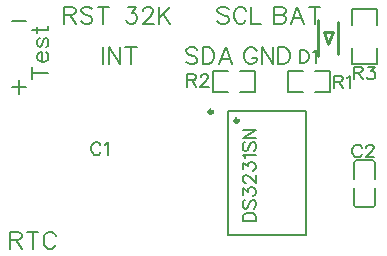
<source format=gto>
G04 Layer: TopSilkLayer*
G04 EasyEDA v6.4.25, 2021-09-25T13:37:10+12:00*
G04 999b5c9e67184b5eb4e2c979d079c973,63364df06a3448e09d62fec64a914f60,10*
G04 Gerber Generator version 0.2*
G04 Scale: 100 percent, Rotated: No, Reflected: No *
G04 Dimensions in millimeters *
G04 leading zeros omitted , absolute positions ,4 integer and 5 decimal *
%FSLAX45Y45*%
%MOMM*%

%ADD10C,0.2540*%
%ADD21C,0.1524*%
%ADD22C,0.3000*%
%ADD23C,0.2032*%
%ADD24C,0.1778*%

%LPD*%
D23*
X1206500Y5840984D02*
G01*
X1206500Y5697728D01*
X1206500Y5840984D02*
G01*
X1267968Y5840984D01*
X1288287Y5834126D01*
X1295145Y5827268D01*
X1302004Y5813805D01*
X1302004Y5800089D01*
X1295145Y5786373D01*
X1288287Y5779515D01*
X1267968Y5772657D01*
X1206500Y5772657D01*
X1254252Y5772657D02*
G01*
X1302004Y5697728D01*
X1442465Y5820410D02*
G01*
X1428750Y5834126D01*
X1408429Y5840984D01*
X1380997Y5840984D01*
X1360678Y5834126D01*
X1346962Y5820410D01*
X1346962Y5806947D01*
X1353820Y5793231D01*
X1360678Y5786373D01*
X1374139Y5779515D01*
X1415034Y5766054D01*
X1428750Y5759195D01*
X1435607Y5752337D01*
X1442465Y5738621D01*
X1442465Y5718302D01*
X1428750Y5704586D01*
X1408429Y5697728D01*
X1380997Y5697728D01*
X1360678Y5704586D01*
X1346962Y5718302D01*
X1535176Y5840984D02*
G01*
X1535176Y5697728D01*
X1487423Y5840984D02*
G01*
X1582928Y5840984D01*
X1536700Y5498084D02*
G01*
X1536700Y5354828D01*
X1581657Y5498084D02*
G01*
X1581657Y5354828D01*
X1581657Y5498084D02*
G01*
X1677162Y5354828D01*
X1677162Y5498084D02*
G01*
X1677162Y5354828D01*
X1769871Y5498084D02*
G01*
X1769871Y5354828D01*
X1722120Y5498084D02*
G01*
X1817623Y5498084D01*
X1740915Y5840984D02*
G01*
X1815845Y5840984D01*
X1774952Y5786373D01*
X1795271Y5786373D01*
X1808987Y5779515D01*
X1815845Y5772657D01*
X1822704Y5752337D01*
X1822704Y5738621D01*
X1815845Y5718302D01*
X1802129Y5704586D01*
X1781810Y5697728D01*
X1761236Y5697728D01*
X1740915Y5704586D01*
X1734057Y5711444D01*
X1727200Y5725160D01*
X1874520Y5806947D02*
G01*
X1874520Y5813805D01*
X1881378Y5827268D01*
X1888236Y5834126D01*
X1901697Y5840984D01*
X1929129Y5840984D01*
X1942591Y5834126D01*
X1949450Y5827268D01*
X1956308Y5813805D01*
X1956308Y5800089D01*
X1949450Y5786373D01*
X1935734Y5766054D01*
X1867662Y5697728D01*
X1963165Y5697728D01*
X2008124Y5840984D02*
G01*
X2008124Y5697728D01*
X2103627Y5840984D02*
G01*
X2008124Y5745479D01*
X2042159Y5779515D02*
G01*
X2103627Y5697728D01*
X2330704Y5477510D02*
G01*
X2316988Y5491226D01*
X2296668Y5498084D01*
X2269236Y5498084D01*
X2248915Y5491226D01*
X2235200Y5477510D01*
X2235200Y5464047D01*
X2242058Y5450331D01*
X2248915Y5443473D01*
X2262377Y5436615D01*
X2303272Y5423154D01*
X2316988Y5416295D01*
X2323845Y5409437D01*
X2330704Y5395721D01*
X2330704Y5375402D01*
X2316988Y5361686D01*
X2296668Y5354828D01*
X2269236Y5354828D01*
X2248915Y5361686D01*
X2235200Y5375402D01*
X2375661Y5498084D02*
G01*
X2375661Y5354828D01*
X2375661Y5498084D02*
G01*
X2423413Y5498084D01*
X2443734Y5491226D01*
X2457450Y5477510D01*
X2464308Y5464047D01*
X2471165Y5443473D01*
X2471165Y5409437D01*
X2464308Y5388863D01*
X2457450Y5375402D01*
X2443734Y5361686D01*
X2423413Y5354828D01*
X2375661Y5354828D01*
X2570734Y5498084D02*
G01*
X2516124Y5354828D01*
X2570734Y5498084D02*
G01*
X2625090Y5354828D01*
X2536443Y5402579D02*
G01*
X2604770Y5402579D01*
X2597404Y5820410D02*
G01*
X2583688Y5834126D01*
X2563368Y5840984D01*
X2535936Y5840984D01*
X2515615Y5834126D01*
X2501900Y5820410D01*
X2501900Y5806947D01*
X2508758Y5793231D01*
X2515615Y5786373D01*
X2529077Y5779515D01*
X2569972Y5766054D01*
X2583688Y5759195D01*
X2590545Y5752337D01*
X2597404Y5738621D01*
X2597404Y5718302D01*
X2583688Y5704586D01*
X2563368Y5697728D01*
X2535936Y5697728D01*
X2515615Y5704586D01*
X2501900Y5718302D01*
X2744724Y5806947D02*
G01*
X2737865Y5820410D01*
X2724150Y5834126D01*
X2710434Y5840984D01*
X2683256Y5840984D01*
X2669540Y5834126D01*
X2656077Y5820410D01*
X2649220Y5806947D01*
X2642361Y5786373D01*
X2642361Y5752337D01*
X2649220Y5731763D01*
X2656077Y5718302D01*
X2669540Y5704586D01*
X2683256Y5697728D01*
X2710434Y5697728D01*
X2724150Y5704586D01*
X2737865Y5718302D01*
X2744724Y5731763D01*
X2789681Y5840984D02*
G01*
X2789681Y5697728D01*
X2789681Y5697728D02*
G01*
X2871470Y5697728D01*
X2832861Y5464047D02*
G01*
X2826004Y5477510D01*
X2812288Y5491226D01*
X2798572Y5498084D01*
X2771393Y5498084D01*
X2757677Y5491226D01*
X2744215Y5477510D01*
X2737358Y5464047D01*
X2730500Y5443473D01*
X2730500Y5409437D01*
X2737358Y5388863D01*
X2744215Y5375402D01*
X2757677Y5361686D01*
X2771393Y5354828D01*
X2798572Y5354828D01*
X2812288Y5361686D01*
X2826004Y5375402D01*
X2832861Y5388863D01*
X2832861Y5409437D01*
X2798572Y5409437D02*
G01*
X2832861Y5409437D01*
X2877820Y5498084D02*
G01*
X2877820Y5354828D01*
X2877820Y5498084D02*
G01*
X2973324Y5354828D01*
X2973324Y5498084D02*
G01*
X2973324Y5354828D01*
X3018281Y5498084D02*
G01*
X3018281Y5354828D01*
X3018281Y5498084D02*
G01*
X3066034Y5498084D01*
X3086354Y5491226D01*
X3100070Y5477510D01*
X3106927Y5464047D01*
X3113786Y5443473D01*
X3113786Y5409437D01*
X3106927Y5388863D01*
X3100070Y5375402D01*
X3086354Y5361686D01*
X3066034Y5354828D01*
X3018281Y5354828D01*
X2984500Y5840984D02*
G01*
X2984500Y5697728D01*
X2984500Y5840984D02*
G01*
X3045968Y5840984D01*
X3066288Y5834126D01*
X3073145Y5827268D01*
X3080004Y5813805D01*
X3080004Y5800089D01*
X3073145Y5786373D01*
X3066288Y5779515D01*
X3045968Y5772657D01*
X2984500Y5772657D02*
G01*
X3045968Y5772657D01*
X3066288Y5766054D01*
X3073145Y5759195D01*
X3080004Y5745479D01*
X3080004Y5725160D01*
X3073145Y5711444D01*
X3066288Y5704586D01*
X3045968Y5697728D01*
X2984500Y5697728D01*
X3179572Y5840984D02*
G01*
X3124961Y5697728D01*
X3179572Y5840984D02*
G01*
X3233927Y5697728D01*
X3145536Y5745479D02*
G01*
X3213608Y5745479D01*
X3326891Y5840984D02*
G01*
X3326891Y5697728D01*
X3279140Y5840984D02*
G01*
X3374390Y5840984D01*
X749300Y3935984D02*
G01*
X749300Y3792728D01*
X749300Y3935984D02*
G01*
X810768Y3935984D01*
X831087Y3929126D01*
X837945Y3922268D01*
X844804Y3908805D01*
X844804Y3895089D01*
X837945Y3881373D01*
X831087Y3874515D01*
X810768Y3867657D01*
X749300Y3867657D01*
X797052Y3867657D02*
G01*
X844804Y3792728D01*
X937513Y3935984D02*
G01*
X937513Y3792728D01*
X889762Y3935984D02*
G01*
X985265Y3935984D01*
X1132586Y3901947D02*
G01*
X1125728Y3915410D01*
X1112012Y3929126D01*
X1098295Y3935984D01*
X1071118Y3935984D01*
X1057402Y3929126D01*
X1043939Y3915410D01*
X1037081Y3901947D01*
X1030223Y3881373D01*
X1030223Y3847337D01*
X1037081Y3826763D01*
X1043939Y3813302D01*
X1057402Y3799586D01*
X1071118Y3792728D01*
X1098295Y3792728D01*
X1112012Y3799586D01*
X1125728Y3813302D01*
X1132586Y3826763D01*
X823468Y5223510D02*
G01*
X823468Y5100828D01*
X762000Y5162295D02*
G01*
X884681Y5162295D01*
X762000Y5721095D02*
G01*
X884681Y5721095D01*
X928115Y5280152D02*
G01*
X1071371Y5280152D01*
X928115Y5232400D02*
G01*
X928115Y5327904D01*
X1016762Y5372862D02*
G01*
X1016762Y5454650D01*
X1003045Y5454650D01*
X989584Y5447792D01*
X982726Y5440934D01*
X975868Y5427471D01*
X975868Y5406897D01*
X982726Y5393436D01*
X996442Y5379720D01*
X1016762Y5372862D01*
X1030478Y5372862D01*
X1050797Y5379720D01*
X1064513Y5393436D01*
X1071371Y5406897D01*
X1071371Y5427471D01*
X1064513Y5440934D01*
X1050797Y5454650D01*
X996442Y5574792D02*
G01*
X982726Y5567934D01*
X975868Y5547360D01*
X975868Y5527039D01*
X982726Y5506465D01*
X996442Y5499607D01*
X1009904Y5506465D01*
X1016762Y5520181D01*
X1023620Y5554218D01*
X1030478Y5567934D01*
X1043939Y5574792D01*
X1050797Y5574792D01*
X1064513Y5567934D01*
X1071371Y5547360D01*
X1071371Y5527039D01*
X1064513Y5506465D01*
X1050797Y5499607D01*
X928115Y5640070D02*
G01*
X1043939Y5640070D01*
X1064513Y5646928D01*
X1071371Y5660644D01*
X1071371Y5674105D01*
X975868Y5619750D02*
G01*
X975868Y5667502D01*
D24*
X1511889Y4666454D02*
G01*
X1506555Y4676868D01*
X1496141Y4687282D01*
X1485981Y4692616D01*
X1465153Y4692616D01*
X1454739Y4687282D01*
X1444325Y4676868D01*
X1438991Y4666454D01*
X1433911Y4650960D01*
X1433911Y4625052D01*
X1438991Y4609304D01*
X1444325Y4599144D01*
X1454739Y4588730D01*
X1465153Y4583396D01*
X1485981Y4583396D01*
X1496141Y4588730D01*
X1506555Y4599144D01*
X1511889Y4609304D01*
X1546179Y4671788D02*
G01*
X1556593Y4676868D01*
X1572087Y4692616D01*
X1572087Y4583396D01*
D21*
X3657600Y5335015D02*
G01*
X3657600Y5226050D01*
X3657600Y5335015D02*
G01*
X3704336Y5335015D01*
X3719829Y5329936D01*
X3725163Y5324602D01*
X3730243Y5314187D01*
X3730243Y5303773D01*
X3725163Y5293360D01*
X3719829Y5288279D01*
X3704336Y5283200D01*
X3657600Y5283200D01*
X3693922Y5283200D02*
G01*
X3730243Y5226050D01*
X3774947Y5335015D02*
G01*
X3832097Y5335015D01*
X3801109Y5293360D01*
X3816604Y5293360D01*
X3827018Y5288279D01*
X3832097Y5283200D01*
X3837431Y5267452D01*
X3837431Y5257037D01*
X3832097Y5241544D01*
X3821684Y5231129D01*
X3806190Y5226050D01*
X3790695Y5226050D01*
X3774947Y5231129D01*
X3769868Y5236210D01*
X3764534Y5246623D01*
X2716784Y4025900D02*
G01*
X2825750Y4025900D01*
X2716784Y4025900D02*
G01*
X2716784Y4062221D01*
X2721863Y4077970D01*
X2732277Y4088129D01*
X2742691Y4093463D01*
X2758440Y4098544D01*
X2784347Y4098544D01*
X2799841Y4093463D01*
X2810256Y4088129D01*
X2820670Y4077970D01*
X2825750Y4062221D01*
X2825750Y4025900D01*
X2732277Y4205731D02*
G01*
X2721863Y4195318D01*
X2716784Y4179570D01*
X2716784Y4158995D01*
X2721863Y4143247D01*
X2732277Y4132834D01*
X2742691Y4132834D01*
X2753106Y4138168D01*
X2758440Y4143247D01*
X2763520Y4153662D01*
X2773934Y4184904D01*
X2779013Y4195318D01*
X2784347Y4200397D01*
X2794761Y4205731D01*
X2810256Y4205731D01*
X2820670Y4195318D01*
X2825750Y4179570D01*
X2825750Y4158995D01*
X2820670Y4143247D01*
X2810256Y4132834D01*
X2716784Y4250436D02*
G01*
X2716784Y4307586D01*
X2758440Y4276344D01*
X2758440Y4291837D01*
X2763520Y4302252D01*
X2768600Y4307586D01*
X2784347Y4312665D01*
X2794761Y4312665D01*
X2810256Y4307586D01*
X2820670Y4297171D01*
X2825750Y4281423D01*
X2825750Y4265929D01*
X2820670Y4250436D01*
X2815590Y4245102D01*
X2805175Y4240021D01*
X2742691Y4352289D02*
G01*
X2737611Y4352289D01*
X2727197Y4357370D01*
X2721863Y4362450D01*
X2716784Y4372863D01*
X2716784Y4393692D01*
X2721863Y4404105D01*
X2727197Y4409439D01*
X2737611Y4414520D01*
X2748025Y4414520D01*
X2758440Y4409439D01*
X2773934Y4399026D01*
X2825750Y4346955D01*
X2825750Y4419600D01*
X2716784Y4464304D02*
G01*
X2716784Y4521454D01*
X2758440Y4490465D01*
X2758440Y4505960D01*
X2763520Y4516373D01*
X2768600Y4521454D01*
X2784347Y4526787D01*
X2794761Y4526787D01*
X2810256Y4521454D01*
X2820670Y4511039D01*
X2825750Y4495545D01*
X2825750Y4480052D01*
X2820670Y4464304D01*
X2815590Y4459223D01*
X2805175Y4453889D01*
X2737611Y4561078D02*
G01*
X2732277Y4571492D01*
X2716784Y4586986D01*
X2825750Y4586986D01*
X2732277Y4693920D02*
G01*
X2721863Y4683760D01*
X2716784Y4668012D01*
X2716784Y4647184D01*
X2721863Y4631689D01*
X2732277Y4621276D01*
X2742691Y4621276D01*
X2753106Y4626610D01*
X2758440Y4631689D01*
X2763520Y4642104D01*
X2773934Y4673345D01*
X2779013Y4683760D01*
X2784347Y4688839D01*
X2794761Y4693920D01*
X2810256Y4693920D01*
X2820670Y4683760D01*
X2825750Y4668012D01*
X2825750Y4647184D01*
X2820670Y4631689D01*
X2810256Y4621276D01*
X2716784Y4728210D02*
G01*
X2825750Y4728210D01*
X2716784Y4728210D02*
G01*
X2825750Y4801107D01*
X2716784Y4801107D02*
G01*
X2825750Y4801107D01*
X3722877Y4648707D02*
G01*
X3717543Y4659121D01*
X3707129Y4669536D01*
X3696970Y4674615D01*
X3676141Y4674615D01*
X3665727Y4669536D01*
X3655313Y4659121D01*
X3649979Y4648707D01*
X3644900Y4632960D01*
X3644900Y4607052D01*
X3649979Y4591557D01*
X3655313Y4581144D01*
X3665727Y4570729D01*
X3676141Y4565650D01*
X3696970Y4565650D01*
X3707129Y4570729D01*
X3717543Y4581144D01*
X3722877Y4591557D01*
X3762247Y4648707D02*
G01*
X3762247Y4653787D01*
X3767581Y4664202D01*
X3772661Y4669536D01*
X3783075Y4674615D01*
X3803904Y4674615D01*
X3814318Y4669536D01*
X3819397Y4664202D01*
X3824731Y4653787D01*
X3824731Y4643373D01*
X3819397Y4632960D01*
X3808984Y4617465D01*
X3757168Y4565650D01*
X3829811Y4565650D01*
X3200400Y5474715D02*
G01*
X3200400Y5365750D01*
X3200400Y5474715D02*
G01*
X3236722Y5474715D01*
X3252470Y5469636D01*
X3262629Y5459221D01*
X3267963Y5448807D01*
X3273043Y5433060D01*
X3273043Y5407152D01*
X3267963Y5391657D01*
X3262629Y5381244D01*
X3252470Y5370829D01*
X3236722Y5365750D01*
X3200400Y5365750D01*
X3307334Y5453887D02*
G01*
X3317747Y5459221D01*
X3333495Y5474715D01*
X3333495Y5365750D01*
X3492500Y5258815D02*
G01*
X3492500Y5149850D01*
X3492500Y5258815D02*
G01*
X3539236Y5258815D01*
X3554729Y5253736D01*
X3560063Y5248402D01*
X3565143Y5237987D01*
X3565143Y5227573D01*
X3560063Y5217160D01*
X3554729Y5212079D01*
X3539236Y5207000D01*
X3492500Y5207000D01*
X3528822Y5207000D02*
G01*
X3565143Y5149850D01*
X3599434Y5237987D02*
G01*
X3609847Y5243321D01*
X3625595Y5258815D01*
X3625595Y5149850D01*
X2247900Y5271515D02*
G01*
X2247900Y5162550D01*
X2247900Y5271515D02*
G01*
X2294636Y5271515D01*
X2310129Y5266436D01*
X2315463Y5261102D01*
X2320543Y5250687D01*
X2320543Y5240273D01*
X2315463Y5229860D01*
X2310129Y5224779D01*
X2294636Y5219700D01*
X2247900Y5219700D01*
X2284222Y5219700D02*
G01*
X2320543Y5162550D01*
X2360168Y5245607D02*
G01*
X2360168Y5250687D01*
X2365247Y5261102D01*
X2370581Y5266436D01*
X2380995Y5271515D01*
X2401570Y5271515D01*
X2411984Y5266436D01*
X2417318Y5261102D01*
X2422397Y5250687D01*
X2422397Y5240273D01*
X2417318Y5229860D01*
X2406904Y5214365D01*
X2354834Y5162550D01*
X2427731Y5162550D01*
X3638590Y5492879D02*
G01*
X3638590Y5356887D01*
X3854409Y5356887D01*
X3854409Y5492879D01*
X3638590Y5683120D02*
G01*
X3638590Y5819112D01*
X3854409Y5819112D01*
X3854409Y5683120D01*
X2588859Y4954920D02*
G01*
X3253140Y4954920D01*
X3253140Y3909679D01*
X2588859Y3909679D01*
X2588859Y4954920D01*
X3836860Y4162280D02*
G01*
X3836860Y4303280D01*
X3656139Y4303280D02*
G01*
X3656139Y4162280D01*
X3671379Y4147040D02*
G01*
X3821620Y4147040D01*
X3836860Y4524519D02*
G01*
X3836860Y4383519D01*
X3656139Y4383519D02*
G01*
X3656139Y4524519D01*
X3671379Y4539759D02*
G01*
X3821620Y4539759D01*
D10*
X3526701Y5440679D02*
G01*
X3526701Y5709920D01*
X3441700Y5524500D02*
G01*
X3401059Y5626100D01*
X3401059Y5626100D02*
G01*
X3482340Y5626100D01*
X3482340Y5626100D02*
G01*
X3441700Y5524500D01*
X3356698Y5725299D02*
G01*
X3356698Y5425300D01*
D21*
X3324219Y5115290D02*
G01*
X3452713Y5115290D01*
X3452713Y5298709D01*
X3324219Y5298709D01*
X3228980Y5115290D02*
G01*
X3100486Y5115290D01*
X3100486Y5298709D01*
X3228980Y5298709D01*
X2689219Y5115290D02*
G01*
X2817713Y5115290D01*
X2817713Y5298709D01*
X2689219Y5298709D01*
X2593980Y5115290D02*
G01*
X2465486Y5115290D01*
X2465486Y5298709D01*
X2593980Y5298709D01*
G75*
G01*
X3656140Y4162280D02*
G03*
X3671379Y4147040I15240J0D01*
G75*
G01*
X3821621Y4147040D02*
G03*
X3836860Y4162280I-1J15240D01*
G75*
G01*
X3656140Y4524520D02*
G02*
X3671379Y4539760I15240J0D01*
G75*
G01*
X3821621Y4539760D02*
G02*
X3836860Y4524520I-1J-15240D01*
D22*
G75*
G01
X2679116Y4876800D02*
G03X2679116Y4876800I-15011J0D01*
G75*
G01
X2460981Y4950739D02*
G03X2460981Y4950739I-15011J0D01*
M02*

</source>
